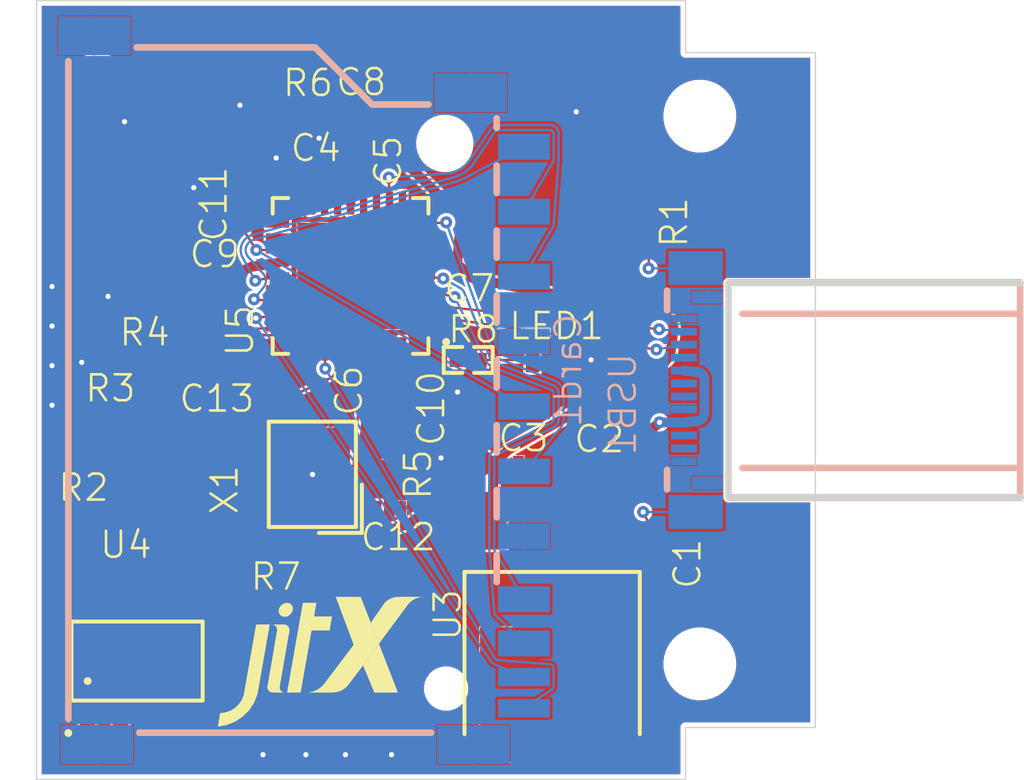
<source format=kicad_pcb>
(kicad_pcb (version 20221018) (generator pcbnew)
  (layers (0 "F.Cu" signal) (31 "B.Cu" signal) (34 "B.Paste" user) (35 "F.Paste" user) (36 "B.SilkS" user "B.Silkscreen") (37 "F.SilkS" user "F.Silkscreen") (38 "B.Mask" user) (39 "F.Mask" user) (44 "Edge.Cuts" user))
  (net 0 "")
  (net 1 "vdd33")
  (net 2 "Net-(USB1-GND2)")
  (net 3 "Net-(U5-RESET_N)")
  (net 4 "Net-(U5-VDD18)")
  (net 5 "USB-")
  (net 6 "Net-(U5-VDD18PLL)")
  (net 7 "Net-(Card1-VDD)")
  (net 8 "vdd50")
  (net 9 "Net-(U5-XTAL1_CLKIN)")
  (net 10 "Net-(U5-XTAL2)")
  (net 11 "Net-(Card1-CD_DAT3)")
  (net 12 "USB+")
  (net 13 "Net-(Card1-CMD)")
  (net 14 "Net-(Card1-CLK)")
  (net 15 "Net-(Card1-DAT0)")
  (net 16 "RXD_SDA")
  (net 17 "Net-(Card1-DAT1)")
  (net 18 "Net-(Card1-DAT2)")
  (net 19 "Net-(Card1-CD)")
  (net 20 "Net-(Card1-WP)")
  (net 21 "Net-(LED1-a)")
  (net 22 "Net-(USB1-GND0)")
  (net 23 "Net-(U4-WC_NOT)")
  (net 24 "Net-(U5-RBIAS)")
  (net 25 "Net-(U5-LED)")
  (net 29 "gnd")
  (net 30 "TXD_SCK_MS_SKT_SEL")
  (footprint "jitx-design:Pkg0402_2" (layer "F.Cu") (at 142.582061 110.835572 -90)
    (fp_text reference "C3")
    (fp_text value "100n" hide)
  )
  (footprint "jitx-design:Pkg0402_2" (layer "F.Cu") (at 148.622184 114.694814)
    (fp_text reference "C1")
    (fp_text value "100n" hide)
  )
  (footprint "jitx-design:JITX_SM_LP" (layer "F.Cu") (at 130.633022 121.65639)
    (fp_text reference "JITX1" hide)
    (fp_text value "non-BOM" hide)
  )
  (footprint "jitx-design:Pkg0402_2" (layer "F.Cu") (at 137.482233 108.020212 180)
    (fp_text reference "C6")
    (fp_text value "1u" hide)
  )
  (footprint "jitx-design:Pkg0402_4" (layer "F.Cu") (at 138.129245 110.030331)
    (fp_text reference "R5")
    (fp_text value "12K" hide)
  )
  (footprint "jitx-design:Pkg0402_2" (layer "F.Cu") (at 138.644942 108.070262 180)
    (fp_text reference "C10")
    (fp_text value "1u" hide)
  )
  (footprint "jitx-design:Pkg0402_2" (layer "F.Cu") (at 137.089343 99.16764)
    (fp_text reference "C5")
    (fp_text value "1u" hide)
  )
  (footprint "jitx-design:Pkg0402_3" (layer "F.Cu") (at 128.662662 106.729721 90)
    (fp_text reference "R4")
    (fp_text value "5K" hide)
  )
  (footprint "jitx-design:Pkg0402_3" (layer "F.Cu") (at 148.106609 101.542377)
    (fp_text reference "R1")
    (fp_text value "100K" hide)
  )
  (footprint "jitx-design:Pkg0402_2" (layer "F.Cu") (at 137.0077 97.138773 -90)
    (fp_text reference "C8")
    (fp_text value "1u" hide)
  )
  (footprint "jitx-design:Pkg0402_3" (layer "F.Cu") (at 127.343111 108.885762 90)
    (fp_text reference "R3")
    (fp_text value "5K" hide)
  )
  (footprint "jitx-design:TESTPAD" (layer "F.Cu") (at 129.640552 96.501199 90)
    (fp_text reference "U8" hide)
    (fp_text value "~" hide)
  )
  (footprint "jitx-design:TESTPAD" (layer "F.Cu") (at 126.85967 98.770685)
    (fp_text reference "U6" hide)
    (fp_text value "~" hide)
  )
  (footprint "jitx-design:Pkg0402_2" (layer "F.Cu") (at 138.051738 112.571302 90)
    (fp_text reference "C12")
    (fp_text value "27p" hide)
  )
  (footprint "jitx-design:Pkg0402_1" (layer "F.Cu") (at 134.955734 97.122587 90)
    (fp_text reference "R6")
    (fp_text value "10K" hide)
  )
  (footprint "jitx-design:Pkg0402_3" (layer "F.Cu") (at 126.307394 110.727391 90)
    (fp_text reference "R2")
    (fp_text value "5K" hide)
  )
  (footprint "jitx-design:SOIC_8_L4_9_W3_9_P1_27_LS6_0_BL" (layer "F.Cu") (at 128.372171 118.43973)
    (fp_text reference "U4")
    (fp_text value "M24C04-WMN6TP")
  )
  (footprint "jitx-design:Pkg0402_2" (layer "F.Cu") (at 131.363078 103.715096 90)
    (fp_text reference "C9")
    (fp_text value "1u" hide)
  )
  (footprint "jitx-design:Pkg0402" (layer "F.Cu") (at 132.381115 101.207532)
    (fp_text reference "C11")
    (fp_text value "4.7u" hide)
  )
  (footprint "jitx-design:Pkg0603" (layer "F.Cu") (at 144.326658 106.840352 90)
    (fp_text reference "LED1")
    (fp_text value "19-21/R6C-FP1Q2L/3T" hide)
  )
  (footprint "jitx-design:Pkg0402_2" (layer "F.Cu") (at 141.174252 103.134378 -90)
    (fp_text reference "C7")
    (fp_text value "1u" hide)
  )
  (footprint "jitx-design:TESTPAD" (layer "F.Cu") (at 126.85395 96.515848)
    (fp_text reference "U7" hide)
    (fp_text value "~" hide)
  )
  (footprint "jitx-design:Pkg0402_2" (layer "F.Cu") (at 133.69005 108.309522 -90)
    (fp_text reference "C13")
    (fp_text value "27p" hide)
  )
  (footprint "jitx-design:TESTPAD" (layer "F.Cu") (at 129.639143 98.796163)
    (fp_text reference "U9" hide)
    (fp_text value "~" hide)
  )
  (footprint "jitx-design:Pkg0402_2" (layer "F.Cu") (at 146.177984 110.839534 90)
    (fp_text reference "C2")
    (fp_text value "100n" hide)
  )
  (footprint "jitx-design:Pkg0402_3" (layer "F.Cu") (at 133.71677 114.068215 -90)
    (fp_text reference "R7")
    (fp_text value "1M" hide)
  )
  (footprint "jitx-design:R0402" (layer "F.Cu") (at 141.126658 106.840352)
    (fp_text reference "R8")
    (fp_text value "100R")
  )
  (footprint "jitx-design:TO_252_3_L6_5_W5_8_P4_58_BR" (layer "F.Cu") (at 144.360119 117.147721 90)
    (fp_text reference "U3")
    (fp_text value "BD433M5FP-CE2")
  )
  (footprint "jitx-design:CRYSTAL_SMD_4P_L3_2_W2_5_BL" (layer "F.Cu") (at 135.237506 111.360485 90)
    (fp_text reference "X1")
    (fp_text value "7B024000Q01")
  )
  (footprint "jitx-design:QFN_36_L6_0_W6_0_P0_50_TL_EP4_1" (layer "F.Cu") (at 136.595865 103.604046 180)
    (fp_text reference "U5")
    (fp_text value "USB2240-AEZG-06")
  )
  (footprint "jitx-design:Pkg0402_2" (layer "F.Cu") (at 135.253123 99.695657 -90)
    (fp_text reference "C4")
    (fp_text value "1u" hide)
  )
  (footprint "jitx-design:NPTH" (layer "F.Cu") (at 150.05 97.45)
    (fp_text reference "U1" hide)
    (fp_text value "~" hide)
  )
  (footprint "jitx-design:NPTH" (layer "F.Cu") (at 150.05 118.55)
    (fp_text reference "U2" hide)
    (fp_text value "~" hide)
  )
  (footprint "jitx-design:USB_C_SMD_TYPE_C_31_G_03" (layer "B.Cu") (at 155.6 108 90)
    (fp_text reference "USB1")
    (fp_text value "TYPE-C-31-G-03")
  )
  (footprint "jitx-design:SD_SMD_SD_101" (layer "B.Cu") (at 134.5 108 -90)
    (fp_text reference "Card1")
    (fp_text value "SD-101")
  )
  (gr_line (start 151.1625 112.128) (end 162.4125 112.128) (stroke (width 0.254)) (layer "Edge.Cuts"))
  (gr_line (start 124.5 93) (end 124.5 123) (stroke (width 0.05)) (layer "Edge.Cuts"))
  (gr_line (start 154.5 95) (end 149.5 95) (stroke (width 0.05)) (layer "Edge.Cuts"))
  (gr_line (start 124.5 123) (end 149.5 123) (stroke (width 0.05)) (layer "Edge.Cuts"))
  (gr_line (start 151.1585 103.878) (end 162.4085 103.878) (stroke (width 0.254)) (layer "Edge.Cuts"))
  (gr_line (start 149.5 123) (end 149.5 121) (stroke (width 0.05)) (layer "Edge.Cuts"))
  (gr_line (start 154.5 121) (end 154.5 95) (stroke (width 0.05)) (layer "Edge.Cuts"))
  (gr_line (start 151.1555 103.88) (end 151.1555 112.13) (stroke (width 0.254)) (layer "Edge.Cuts"))
  (gr_line (start 149.5 93) (end 124.5 93) (stroke (width 0.05)) (layer "Edge.Cuts"))
  (gr_line (start 149.5 121) (end 154.5 121) (stroke (width 0.05)) (layer "Edge.Cuts"))
  (gr_line (start 149.5 95) (end 149.5 93) (stroke (width 0.05)) (layer "Edge.Cuts"))
  (segment (start 148.585451 105.113844) (end 141.388721 103.719575) (width 0.381) (layer "F.Cu") (net 1))
  (segment (start 127.267333 114.578656) (end 126.467171 115.66723) (width 0.381) (layer "F.Cu") (net 1))
  (segment (start 127.802972 108.885762) (end 126.767255 110.727391) (width 0.381) (layer "F.Cu") (net 1))
  (segment (start 138.644942 107.591651) (end 142.103449 110.835572) (width 0.381) (layer "F.Cu") (net 1))
  (segment (start 134.888907 96.614684) (end 135.409345 97.122587) (width 0.381) (layer "F.Cu") (net 1))
  (segment (start 142.103449 110.835572) (end 142.653791 110.322993) (width 0.381) (layer "F.Cu") (net 1))
  (segment (start 131.841689 103.715096) (end 131.790731 101.915756) (width 0.381) (layer "F.Cu") (net 1))
  (segment (start 140.695641 103.134378) (end 140.830195 101.586651) (width 0.381) (layer "F.Cu") (net 1))
  (segment (start 131.832794 100.356777) (end 134.069913 96.671832) (width 0.381) (layer "F.Cu") (net 1))
  (segment (start 136.498843 99.85514) (end 136.498843 98.48014) (width 0.381) (layer "F.Cu") (net 1))
  (segment (start 127.425205 114.439911) (end 127.320278 114.523588) (width 0.381) (layer "F.Cu") (net 1))
  (segment (start 140.695641 103.134378) (end 139.405865 103.104046) (width 0.381) (layer "F.Cu") (net 1))
  (segment (start 138.644942 107.591651) (end 138.595865 106.414046) (width 0.381) (layer "F.Cu") (net 1))
  (segment (start 134.36677 114.658715) (end 133.06677 114.658715) (width 0.381) (layer "F.Cu") (net 1))
  (segment (start 141.245983 103.646956) (end 140.695641 103.134378) (width 0.381) (layer "F.Cu") (net 1))
  (segment (start 130.277171 114.346669) (end 127.737171 114.346669) (width 0.381) (layer "F.Cu") (net 1))
  (segment (start 136.595865 100.795046) (end 136.500429 99.885453) (width 0.381) (layer "F.Cu") (net 1))
  (segment (start 129.122524 106.729721) (end 127.802972 108.885762) (width 0.381) (layer "F.Cu") (net 1))
  (segment (start 140.663412 101.140182) (end 136.529089 97.138773) (width 0.381) (layer "F.Cu") (net 1))
  (segment (start 131.790615 101.907532) (end 131.790615 100.507532) (width 0.381) (layer "F.Cu") (net 1))
  (segment (start 126.85967 98.770685) (end 129.122524 106.729721) (width 0.381) (layer "F.Cu") (net 1))
  (segment (start 126.467171 115.66723) (end 126.767255 110.727391) (width 0.381) (layer "F.Cu") (net 1))
  (segment (start 148.926145 106.514141) (end 149.029701 105.730902) (width 0.381) (layer "F.Cu") (net 1))
  (segment (start 136.498917 98.473575) (end 136.529089 97.138773) (width 0.381) (layer "F.Cu") (net 1))
  (segment (start 138.83333 113.146142) (end 134.460862 114.643055) (width 0.381) (layer "F.Cu") (net 1))
  (segment (start 142.708813 110.282689) (end 148.649327 106.924158) (width 0.381) (layer "F.Cu") (net 1))
  (segment (start 142.103449 110.835572) (end 138.907583 113.108051) (width 0.381) (layer "F.Cu") (net 1))
  (segment (start 133.034097 114.656872) (end 130.309845 114.348512) (width 0.381) (layer "F.Cu") (net 1))
  (segment (start 134.318234 96.532087) (end 134.686011 96.532087) (width 0.381) (layer "F.Cu") (net 1))
  (segment (start 136.529089 97.138773) (end 135.409345 97.122587) (width 0.381) (layer "F.Cu") (net 1))
  (segment (start 142.060619 113.037221) (end 142.103449 110.835572) (width 0.381) (layer "F.Cu") (net 1))
  (segment (start 132.67469 103.294424) (end 131.841689 103.715096) (width 0.381) (layer "F.Cu") (net 1))
  (segment (start 133.785865 103.104046) (end 132.844985 103.240641) (width 0.381) (layer "F.Cu") (net 1))
  (segment (start 127.672529 114.353952) (end 127.541687 114.383816) (width 0.381) (layer "F.Cu") (net 1))
  (arc (start 131.790731 101.915756) (mid 131.790644 101.911644) (end 131.790615 101.907532) (width 0.381) (layer "F.Cu") (net 1))
  (arc (start 149.029701 105.730902) (mid 148.929992 105.33424) (end 148.585451 105.113844) (width 0.381) (layer "F.Cu") (net 1))
  (arc (start 127.737171 114.346669) (mid 127.704646 114.348496) (end 127.672529 114.353952) (width 0.381) (layer "F.Cu") (net 1))
  (arc (start 148.649327 106.924158) (mid 148.835996 106.751732) (end 148.926145 106.514141) (width 0.381) (layer "F.Cu") (net 1))
  (arc (start 127.541687 114.383816) (mid 127.480286 114.405301) (end 127.425205 114.439911) (width 0.381) (layer "F.Cu") (net 1))
  (arc (start 136.500429 99.885453) (mid 136.499239 99.870317) (end 136.498843 99.85514) (width 0.381) (layer "F.Cu") (net 1))
  (arc (start 141.388721 103.719575) (mid 141.312249 103.693296) (end 141.245983 103.646956) (width 0.381) (layer "F.Cu") (net 1))
  (arc (start 138.907583 113.108051) (mid 138.871832 113.129776) (end 138.83333 113.146142) (width 0.381) (layer "F.Cu") (net 1))
  (arc (start 134.460862 114.643055) (mid 134.414463 114.654773) (end 134.36677 114.658715) (width 0.381) (layer "F.Cu") (net 1))
  (arc (start 140.830195 101.586651) (mid 140.797219 101.344584) (end 140.663412 101.140182) (width 0.381) (layer "F.Cu") (net 1))
  (arc (start 132.844985 103.240641) (mid 132.757658 103.260632) (end 132.67469 103.294424) (width 0.381) (layer "F.Cu") (net 1))
  (arc (start 127.320278 114.523588) (mid 127.291988 114.549374) (end 127.267333 114.578656) (width 0.381) (layer "F.Cu") (net 1))
  (arc (start 133.06677 114.658715) (mid 133.050408 114.658254) (end 133.034097 114.656872) (width 0.381) (layer "F.Cu") (net 1))
  (arc (start 142.653791 110.322993) (mid 142.680115 110.301221) (end 142.708813 110.282689) (width 0.381) (layer "F.Cu") (net 1))
  (arc (start 134.069913 96.671832) (mid 134.175763 96.569423) (end 134.318234 96.532087) (width 0.381) (layer "F.Cu") (net 1))
  (arc (start 134.686011 96.532087) (mid 134.795543 96.553528) (end 134.888907 96.614684) (width 0.381) (layer "F.Cu") (net 1))
  (arc (start 131.790615 100.507532) (mid 131.801358 100.42926) (end 131.832794 100.356777) (width 0.381) (layer "F.Cu") (net 1))
  (arc (start 136.498843 98.48014) (mid 136.498861 98.476857) (end 136.498917 98.473575) (width 0.381) (layer "F.Cu") (net 1))
  (arc (start 130.309845 114.348512) (mid 130.293534 114.34713) (end 130.277171 114.346669) (width 0.381) (layer "F.Cu") (net 1))
  (segment (start 147.864967 112.698484) (end 148.622184 114.216203) (width 0.09) (layer "F.Cu") (net 2))
  (via (at 147.864967 112.698484) (size 0.46) (drill 0.2) (layers "F.Cu" "B.Cu") (net 2))
  (segment (start 147.864967 112.698484) (end 149.8875 112.7) (width 0.09) (layer "B.Cu") (net 2))
  (segment (start 134.595865 100.795046) (end 134.774512 99.695657) (width 0.09) (layer "F.Cu") (net 3))
  (segment (start 134.774512 99.695657) (end 134.502123 97.122587) (width 0.09) (layer "F.Cu") (net 3))
  (segment (start 137.089343 99.646251) (end 137.095865 100.795046) (width 0.09) (layer "F.Cu") (net 4))
  (segment (start 140.530445 104.823653) (end 139.405865 104.604046) (width 0.09) (layer "F.Cu") (net 5))
  (segment (start 148.479985 105.658221) (end 140.566211 104.829008) (width 0.09) (layer "F.Cu") (net 5))
  (via (at 148.479985 105.658221) (size 0.46) (drill 0.2) (layers "F.Cu" "B.Cu") (net 5))
  (arc (start 140.566211 104.829008) (mid 140.548269 104.826726) (end 140.530445 104.823653) (width 0.09) (layer "F.Cu") (net 5))
  (segment (start 148.479985 105.658221) (end 149.4375 105.75) (width 0.09) (layer "B.Cu") (net 5))
  (segment (start 137.482233 107.541601) (end 137.595865 106.414046) (width 0.09) (layer "F.Cu") (net 6))
  (segment (start 133.785865 102.604046) (end 132.964004 102.607356) (width 0.09) (layer "F.Cu") (net 7))
  (segment (start 132.381115 101.692393) (end 132.964004 102.607356) (width 0.09) (layer "F.Cu") (net 7))
  (via (at 132.964004 102.607356) (size 0.46) (drill 0.2) (layers "F.Cu" "B.Cu") (net 7))
  (segment (start 143.275 108.63) (end 132.964004 102.607356) (width 0.09) (layer "B.Cu") (net 7))
  (segment (start 146.659619 113.037221) (end 146.656595 110.839534) (width 0.381) (layer "F.Cu") (net 8))
  (segment (start 148.499059 109.244183) (end 146.656595 110.839534) (width 0.381) (layer "F.Cu") (net 8))
  (via (at 148.499059 109.244183) (size 0.46) (drill 0.2) (layers "F.Cu" "B.Cu") (net 8))
  (segment (start 149.4375 109.25) (end 149.970734 109.188593) (width 0.381) (layer "B.Cu") (net 8))
  (segment (start 150.228 108.9) (end 150.228 107.6) (width 0.381) (layer "B.Cu") (net 8))
  (segment (start 149.4375 109.25) (end 148.499059 109.244183) (width 0.381) (layer "B.Cu") (net 8))
  (segment (start 149.970734 107.311407) (end 149.4375 107.25) (width 0.381) (layer "B.Cu") (net 8))
  (arc (start 149.970734 109.188593) (mid 150.154347 109.093308) (end 150.228 108.9) (width 0.381) (layer "B.Cu") (net 8))
  (arc (start 150.228 107.6) (mid 150.154347 107.406692) (end 149.970734 107.311407) (width 0.381) (layer "B.Cu") (net 8))
  (segment (start 137.573127 112.571302) (end 135.973506 112.346485) (width 0.09) (layer "F.Cu") (net 9))
  (segment (start 135.973506 112.346485) (end 136.702758 110.912203) (width 0.09) (layer "F.Cu") (net 9))
  (segment (start 135.973506 112.346485) (end 134.176631 114.068215) (width 0.09) (layer "F.Cu") (net 9))
  (segment (start 136.717985 110.858768) (end 137.095865 106.414046) (width 0.09) (layer "F.Cu") (net 9))
  (arc (start 136.702758 110.912203) (mid 136.712955 110.886222) (end 136.717985 110.858768) (width 0.09) (layer "F.Cu") (net 9))
  (segment (start 136.346671 106.952571) (end 135.936209 107.438876) (width 0.09) (layer "F.Cu") (net 10))
  (segment (start 135.797386 107.54534) (end 134.168661 108.309522) (width 0.09) (layer "F.Cu") (net 10))
  (segment (start 136.595865 106.414046) (end 136.36802 106.918711) (width 0.09) (layer "F.Cu") (net 10))
  (segment (start 133.256909 114.068215) (end 133.529403 111.630378) (width 0.09) (layer "F.Cu") (net 10))
  (segment (start 133.544254 111.580767) (end 134.273506 110.146485) (width 0.09) (layer "F.Cu") (net 10))
  (segment (start 134.273506 110.146485) (end 134.168661 108.309522) (width 0.09) (layer "F.Cu") (net 10))
  (arc (start 136.36802 106.918711) (mid 136.35852 106.936382) (end 136.346671 106.952571) (width 0.09) (layer "F.Cu") (net 10))
  (arc (start 133.529403 111.630378) (mid 133.534596 111.604904) (end 133.544254 111.580767) (width 0.09) (layer "F.Cu") (net 10))
  (arc (start 135.936209 107.438876) (mid 135.872556 107.499618) (end 135.797386 107.54534) (width 0.09) (layer "F.Cu") (net 10))
  (segment (start 132.924651 103.789389) (end 133.785865 103.604046) (width 0.09) (layer "F.Cu") (net 11))
  (via (at 132.924651 103.789389) (size 0.46) (drill 0.2) (layers "F.Cu" "B.Cu") (net 11))
  (segment (start 142.154713 98.049031) (end 141.344085 99.253293) (width 0.09) (layer "B.Cu") (net 11))
  (segment (start 144.42 99.13) (end 144.42 98.13) (width 0.09) (layer "B.Cu") (net 11))
  (segment (start 132.437705 102.893379) (end 132.924651 103.789389) (width 0.09) (layer "B.Cu") (net 11))
  (segment (start 140.59665 99.796795) (end 132.79898 102.031536) (width 0.09) (layer "B.Cu") (net 11))
  (segment (start 143.275 101.13) (end 144.400214 99.203119) (width 0.09) (layer "B.Cu") (net 11))
  (segment (start 144.275 97.985) (end 142.275 97.985) (width 0.09) (layer "B.Cu") (net 11))
  (arc (start 141.344085 99.253293) (mid 141.018361 99.591045) (end 140.59665 99.796795) (width 0.09) (layer "B.Cu") (net 11))
  (arc (start 142.275 97.985) (mid 142.206866 98.002005) (end 142.154713 98.049031) (width 0.09) (layer "B.Cu") (net 11))
  (arc (start 144.400214 99.203119) (mid 144.414966 99.167875) (end 144.42 99.13) (width 0.09) (layer "B.Cu") (net 11))
  (arc (start 132.79898 102.031536) (mid 132.411577 102.375784) (end 132.437705 102.893379) (width 0.09) (layer "B.Cu") (net 11))
  (arc (start 144.42 98.13) (mid 144.37753 98.02747) (end 144.275 97.985) (width 0.09) (layer "B.Cu") (net 11))
  (segment (start 139.405865 105.104046) (end 148.376429 106.44146) (width 0.09) (layer "F.Cu") (net 12))
  (via (at 148.376429 106.44146) (size 0.46) (drill 0.2) (layers "F.Cu" "B.Cu") (net 12))
  (segment (start 149.4375 106.25) (end 148.376429 106.44146) (width 0.09) (layer "B.Cu") (net 12))
  (segment (start 138.071854 99.815084) (end 138.095865 100.795046) (width 0.09) (layer "F.Cu") (net 13))
  (via (at 138.071854 99.815084) (size 0.46) (drill 0.2) (layers "F.Cu" "B.Cu") (net 13))
  (segment (start 144.419581 101.64102) (end 144.609031 99.15546) (width 0.09) (layer "B.Cu") (net 13))
  (segment (start 143.275 103.63) (end 144.400214 101.703119) (width 0.09) (layer "B.Cu") (net 13))
  (segment (start 141.997095 97.942933) (end 141.186467 99.147195) (width 0.09) (layer "B.Cu") (net 13))
  (segment (start 144.275 97.795) (end 142.275 97.795) (width 0.09) (layer "B.Cu") (net 13))
  (segment (start 140.307233 99.656079) (end 138.071854 99.815084) (width 0.09) (layer "B.Cu") (net 13))
  (segment (start 144.61 99.13) (end 144.61 98.13) (width 0.09) (layer "B.Cu") (net 13))
  (arc (start 144.609031 99.15546) (mid 144.609758 99.142739) (end 144.61 99.13) (width 0.09) (layer "B.Cu") (net 13))
  (arc (start 141.186467 99.147195) (mid 140.805576 99.503101) (end 140.307233 99.656079) (width 0.09) (layer "B.Cu") (net 13))
  (arc (start 142.275 97.795) (mid 142.117587 97.834287) (end 141.997095 97.942933) (width 0.09) (layer "B.Cu") (net 13))
  (arc (start 144.400214 101.703119) (mid 144.413425 101.67317) (end 144.419581 101.64102) (width 0.09) (layer "B.Cu") (net 13))
  (arc (start 144.61 98.13) (mid 144.511881 97.893119) (end 144.275 97.795) (width 0.09) (layer "B.Cu") (net 13))
  (segment (start 139.405865 101.604046) (end 140.277779 101.538626) (width 0.09) (layer "F.Cu") (net 14))
  (via (at 140.277779 101.538626) (size 0.46) (drill 0.2) (layers "F.Cu" "B.Cu") (net 14))
  (segment (start 144.676323 109.468474) (end 143.275 111.13) (width 0.09) (layer "B.Cu") (net 14))
  (segment (start 144.8 108.13) (end 144.8 109.13) (width 0.09) (layer "B.Cu") (net 14))
  (segment (start 142.222271 106.765073) (end 144.465917 107.640944) (width 0.09) (layer "B.Cu") (net 14))
  (segment (start 140.277779 101.538626) (end 142.138658 106.679354) (width 0.09) (layer "B.Cu") (net 14))
  (arc (start 144.465917 107.640944) (mid 144.708507 107.833864) (end 144.8 108.13) (width 0.09) (layer "B.Cu") (net 14))
  (arc (start 144.8 109.13) (mid 144.768112 109.310181) (end 144.676323 109.468474) (width 0.09) (layer "B.Cu") (net 14))
  (arc (start 142.138658 106.679354) (mid 142.171202 106.731248) (end 142.222271 106.765073) (width 0.09) (layer "B.Cu") (net 14))
  (segment (start 140.163333 103.703554) (end 139.405865 103.604046) (width 0.09) (layer "F.Cu") (net 15))
  (via (at 140.163333 103.703554) (size 0.46) (drill 0.2) (layers "F.Cu" "B.Cu") (net 15))
  (segment (start 142.13 110.63) (end 142.13 114.13) (width 0.09) (layer "B.Cu") (net 15))
  (segment (start 144.61 108.13) (end 144.61 109.13) (width 0.09) (layer "B.Cu") (net 15))
  (segment (start 140.163333 103.703554) (end 140.808855 104.065483) (width 0.09) (layer "B.Cu") (net 15))
  (segment (start 142.153177 106.942064) (end 144.396823 107.817936) (width 0.09) (layer "B.Cu") (net 15))
  (segment (start 140.989538 104.272753) (end 141.963176 106.752437) (width 0.09) (layer "B.Cu") (net 15))
  (segment (start 144.420804 109.431606) (end 142.211891 110.499454) (width 0.09) (layer "B.Cu") (net 15))
  (segment (start 142.150992 114.205147) (end 143.275 116.06) (width 0.09) (layer "B.Cu") (net 15))
  (arc (start 144.396823 107.817936) (mid 144.551619 107.941037) (end 144.61 108.13) (width 0.09) (layer "B.Cu") (net 15))
  (arc (start 144.61 109.13) (mid 144.558786 109.308018) (end 144.420804 109.431606) (width 0.09) (layer "B.Cu") (net 15))
  (arc (start 142.211891 110.499454) (mid 142.152167 110.552948) (end 142.13 110.63) (width 0.09) (layer "B.Cu") (net 15))
  (arc (start 140.808855 104.065483) (mid 140.917137 104.153479) (end 140.989538 104.272753) (width 0.09) (layer "B.Cu") (net 15))
  (arc (start 141.963176 106.752437) (mid 142.038352 106.867114) (end 142.153177 106.942064) (width 0.09) (layer "B.Cu") (net 15))
  (arc (start 142.13 114.13) (mid 142.135347 114.169012) (end 142.150992 114.205147) (width 0.09) (layer "B.Cu") (net 15))
  (segment (start 131.42684 103.383268) (end 131.488456 104.028872) (width 0.09) (layer "F.Cu") (net 16))
  (segment (start 129.22842 116.780792) (end 129.333347 116.697115) (width 0.09) (layer "F.Cu") (net 16))
  (segment (start 129.640552 96.501199) (end 130.631807 98.225511) (width 0.09) (layer "F.Cu") (net 16))
  (segment (start 126.545715 117.216382) (end 129.028864 116.840659) (width 0.09) (layer "F.Cu") (net 16))
  (segment (start 126.219506 117.179264) (end 126.350348 117.209128) (width 0.09) (layer "F.Cu") (net 16))
  (segment (start 131.519888 104.106067) (end 132.63172 105.486058) (width 0.09) (layer "F.Cu") (net 16))
  (segment (start 129.349966 116.68158) (end 130.277171 115.66723) (width 0.09) (layer "F.Cu") (net 16))
  (segment (start 125.90407 116.994211) (end 126.008997 117.077888) (width 0.09) (layer "F.Cu") (net 16))
  (segment (start 130.773422 98.639843) (end 131.425219 103.36936) (width 0.09) (layer "F.Cu") (net 16))
  (segment (start 125.524674 98.774072) (end 125.518954 96.519235) (width 0.09) (layer "F.Cu") (net 16))
  (segment (start 129.039437 116.838655) (end 129.170279 116.808791) (width 0.09) (layer "F.Cu") (net 16))
  (segment (start 125.648171 114.871626) (end 125.648171 116.462833) (width 0.09) (layer "F.Cu") (net 16))
  (segment (start 127.487341 95.340672) (end 129.640552 96.501199) (width 0.09) (layer "F.Cu") (net 16))
  (segment (start 132.967211 105.638102) (end 133.785865 105.604046) (width 0.09) (layer "F.Cu") (net 16))
  (segment (start 125.700163 116.690622) (end 125.758393 116.811539) (width 0.09) (layer "F.Cu") (net 16))
  (segment (start 125.847533 110.727391) (end 125.648782 114.846323) (width 0.09) (layer "F.Cu") (net 16))
  (segment (start 125.847533 110.727391) (end 125.525157 98.806775) (width 0.09) (layer "F.Cu") (net 16))
  (arc (start 129.333347 116.697115) (mid 129.341962 116.689674) (end 129.349966 116.68158) (width 0.09) (layer "F.Cu") (net 16))
  (arc (start 129.028864 116.840659) (mid 129.034169 116.839755) (end 129.039437 116.838655) (width 0.09) (layer "F.Cu") (net 16))
  (arc (start 125.648782 114.846323) (mid 125.648324 114.858971) (end 125.648171 114.871626) (width 0.09) (layer "F.Cu") (net 16))
  (arc (start 130.631807 98.225511) (mid 130.722604 98.425845) (end 130.773422 98.639843) (width 0.09) (layer "F.Cu") (net 16))
  (arc (start 126.350348 117.209128) (mid 126.447691 117.221929) (end 126.545715 117.216382) (width 0.09) (layer "F.Cu") (net 16))
  (arc (start 125.525157 98.806775) (mid 125.524815 98.790425) (end 125.524674 98.774072) (width 0.09) (layer "F.Cu") (net 16))
  (arc (start 125.518954 96.519235) (mid 126.168154 95.370462) (end 127.487341 95.340672) (width 0.09) (layer "F.Cu") (net 16))
  (arc (start 125.758393 116.811539) (mid 125.82094 116.911082) (end 125.90407 116.994211) (width 0.09) (layer "F.Cu") (net 16))
  (arc (start 125.648171 116.462833) (mid 125.661334 116.579657) (end 125.700163 116.690622) (width 0.09) (layer "F.Cu") (net 16))
  (arc (start 126.008997 117.077888) (mid 126.10854 117.140435) (end 126.219506 117.179264) (width 0.09) (layer "F.Cu") (net 16))
  (arc (start 129.170279 116.808791) (mid 129.200927 116.798067) (end 129.22842 116.780792) (width 0.09) (layer "F.Cu") (net 16))
  (arc (start 132.63172 105.486058) (mid 132.781381 105.601984) (end 132.967211 105.638102) (width 0.09) (layer "F.Cu") (net 16))
  (arc (start 131.488456 104.028872) (mid 131.498506 104.069777) (end 131.519888 104.106067) (width 0.09) (layer "F.Cu") (net 16))
  (arc (start 131.425219 103.36936) (mid 131.426102 103.376306) (end 131.42684 103.383268) (width 0.09) (layer "F.Cu") (net 16))
  (segment (start 140.608833 104.422235) (end 139.405865 104.104046) (width 0.09) (layer "F.Cu") (net 17))
  (via (at 140.608833 104.422235) (size 0.46) (drill 0.2) (layers "F.Cu" "B.Cu") (net 17))
  (segment (start 144.327729 107.994927) (end 142.084083 107.119056) (width 0.09) (layer "B.Cu") (net 17))
  (segment (start 143.275 117.76) (end 142.172706 116.662766) (width 0.09) (layer "B.Cu") (net 17))
  (segment (start 144.42 109.13) (end 144.42 108.13) (width 0.09) (layer "B.Cu") (net 17))
  (segment (start 142.130444 116.571337) (end 141.941026 114.156193) (width 0.09) (layer "B.Cu") (net 17))
  (segment (start 141.803534 106.860965) (end 140.608833 104.422235) (width 0.09) (layer "B.Cu") (net 17))
  (segment (start 141.94 114.13) (end 141.94 110.63) (width 0.09) (layer "B.Cu") (net 17))
  (segment (start 142.129196 110.328394) (end 144.338109 109.260546) (width 0.09) (layer "B.Cu") (net 17))
  (arc (start 141.94 110.63) (mid 141.991214 110.451982) (end 142.129196 110.328394) (width 0.09) (layer "B.Cu") (net 17))
  (arc (start 141.941026 114.156193) (mid 141.940256 114.143107) (end 141.94 114.13) (width 0.09) (layer "B.Cu") (net 17))
  (arc (start 142.172706 116.662766) (mid 142.143381 116.620839) (end 142.130444 116.571337) (width 0.09) (layer "B.Cu") (net 17))
  (arc (start 144.42 108.13) (mid 144.39473 108.04821) (end 144.327729 107.994927) (width 0.09) (layer "B.Cu") (net 17))
  (arc (start 142.084083 107.119056) (mid 141.919556 107.016373) (end 141.803534 106.860965) (width 0.09) (layer "B.Cu") (net 17))
  (arc (start 144.338109 109.260546) (mid 144.397833 109.207052) (end 144.42 109.13) (width 0.09) (layer "B.Cu") (net 17))
  (segment (start 132.875267 104.504289) (end 133.785865 104.604046) (width 0.09) (layer "F.Cu") (net 18))
  (via (at 132.875267 104.504289) (size 0.46) (drill 0.2) (layers "F.Cu" "B.Cu") (net 18))
  (segment (start 132.65936 102.880253) (end 133.229295 103.516492) (width 0.09) (layer "B.Cu") (net 18))
  (segment (start 140.648995 99.979442) (end 132.851325 102.214184) (width 0.09) (layer "B.Cu") (net 18))
  (segment (start 143.275 98.63) (end 140.943556 99.860955) (width 0.09) (layer "B.Cu") (net 18))
  (segment (start 133.243606 104.045413) (end 132.875267 104.504289) (width 0.09) (layer "B.Cu") (net 18))
  (arc (start 140.943556 99.860955) (mid 140.799339 99.927815) (end 140.648995 99.979442) (width 0.09) (layer "B.Cu") (net 18))
  (arc (start 132.851325 102.214184) (mid 132.571001 102.49409) (end 132.65936 102.880253) (width 0.09) (layer "B.Cu") (net 18))
  (arc (start 133.229295 103.516492) (mid 133.333501 103.778327) (end 133.243606 104.045413) (width 0.09) (layer "B.Cu") (net 18))
  (segment (start 132.950211 105.229456) (end 133.785865 105.104046) (width 0.09) (layer "F.Cu") (net 19))
  (via (at 132.950211 105.229456) (size 0.46) (drill 0.2) (layers "F.Cu" "B.Cu") (net 19))
  (segment (start 143.275 119.06) (end 142.141444 118.567226) (width 0.09) (layer "B.Cu") (net 19))
  (segment (start 141.998554 118.449215) (end 132.950211 105.229456) (width 0.09) (layer "B.Cu") (net 19))
  (arc (start 142.141444 118.567226) (mid 142.061676 118.518298) (end 141.998554 118.449215) (width 0.09) (layer "B.Cu") (net 19))
  (segment (start 135.623659 107.17507) (end 135.595865 106.414046) (width 0.09) (layer "F.Cu") (net 20))
  (via (at 135.623659 107.17507) (size 0.46) (drill 0.2) (layers "F.Cu" "B.Cu") (net 20))
  (segment (start 144.42 118.71) (end 144.42 119.41) (width 0.09) (layer "B.Cu") (net 20))
  (segment (start 142.263503 118.404543) (end 144.286497 118.565457) (width 0.09) (layer "B.Cu") (net 20))
  (segment (start 135.623659 107.17507) (end 142.149836 118.333206) (width 0.09) (layer "B.Cu") (net 20))
  (segment (start 144.356128 119.53018) (end 143.275 120.26) (width 0.09) (layer "B.Cu") (net 20))
  (arc (start 142.149836 118.333206) (mid 142.19792 118.382816) (end 142.263503 118.404543) (width 0.09) (layer "B.Cu") (net 20))
  (arc (start 144.286497 118.565457) (mid 144.381518 118.611618) (end 144.42 118.71) (width 0.09) (layer "B.Cu") (net 20))
  (arc (start 144.42 119.41) (mid 144.40304 119.478049) (end 144.356128 119.53018) (width 0.09) (layer "B.Cu") (net 20))
  (segment (start 143.607724 106.840352) (end 141.559658 106.840852) (width 0.09) (layer "F.Cu") (net 21))
  (segment (start 148.074784 103.313947) (end 148.106609 102.002238) (width 0.09) (layer "F.Cu") (net 22))
  (via (at 148.074784 103.313947) (size 0.46) (drill 0.2) (layers "F.Cu" "B.Cu") (net 22))
  (segment (start 148.074784 103.313947) (end 149.8875 103.3) (width 0.09) (layer "B.Cu") (net 22))
  (segment (start 126.028171 116.462833) (end 126.028171 114.871626) (width 0.09) (layer "F.Cu") (net 23))
  (segment (start 126.100761 116.646663) (end 126.042531 116.525746) (width 0.09) (layer "F.Cu") (net 23))
  (segment (start 127.208854 109.237473) (end 127.477368 108.534051) (width 0.09) (layer "F.Cu") (net 23))
  (segment (start 127.4783 108.531671) (end 128.202801 106.729721) (width 0.09) (layer "F.Cu") (net 23))
  (segment (start 126.45735 110.345654) (end 127.193155 109.267499) (width 0.09) (layer "F.Cu") (net 23))
  (segment (start 126.630279 116.808791) (end 126.499437 116.838655) (width 0.09) (layer "F.Cu") (net 23))
  (segment (start 126.793347 116.697115) (end 126.68842 116.780792) (width 0.09) (layer "F.Cu") (net 23))
  (segment (start 126.434906 116.838655) (end 126.304064 116.808791) (width 0.09) (layer "F.Cu") (net 23))
  (segment (start 126.245923 116.780792) (end 126.140996 116.697115) (width 0.09) (layer "F.Cu") (net 23))
  (segment (start 126.028767 114.858501) (end 126.432712 110.414266) (width 0.09) (layer "F.Cu") (net 23))
  (segment (start 127.737171 115.66723) (end 126.809966 116.68158) (width 0.09) (layer "F.Cu") (net 23))
  (arc (start 127.477368 108.534051) (mid 127.477829 108.532859) (end 127.4783 108.531671) (width 0.09) (layer "F.Cu") (net 23))
  (arc (start 126.499437 116.838655) (mid 126.467171 116.84229) (end 126.434906 116.838655) (width 0.09) (layer "F.Cu") (net 23))
  (arc (start 126.432712 110.414266) (mid 126.440648 110.378386) (end 126.45735 110.345654) (width 0.09) (layer "F.Cu") (net 23))
  (arc (start 126.68842 116.780792) (mid 126.660927 116.798067) (end 126.630279 116.808791) (width 0.09) (layer "F.Cu") (net 23))
  (arc (start 126.140996 116.697115) (mid 126.118036 116.674156) (end 126.100761 116.646663) (width 0.09) (layer "F.Cu") (net 23))
  (arc (start 127.193155 109.267499) (mid 127.201885 109.252946) (end 127.208854 109.237473) (width 0.09) (layer "F.Cu") (net 23))
  (arc (start 126.028171 114.871626) (mid 126.02832 114.865057) (end 126.028767 114.858501) (width 0.09) (layer "F.Cu") (net 23))
  (arc (start 126.042531 116.525746) (mid 126.031807 116.495099) (end 126.028171 116.462833) (width 0.09) (layer "F.Cu") (net 23))
  (arc (start 126.809966 116.68158) (mid 126.801962 116.689674) (end 126.793347 116.697115) (width 0.09) (layer "F.Cu") (net 23))
  (arc (start 126.304064 116.808791) (mid 126.273416 116.798067) (end 126.245923 116.780792) (width 0.09) (layer "F.Cu") (net 23))
  (segment (start 138.129245 109.57422) (end 138.095865 106.414046) (width 0.09) (layer "F.Cu") (net 24))
  (segment (start 140.693658 106.840852) (end 139.405865 105.604046) (width 0.09) (layer "F.Cu") (net 25))
  (via (at 133.223 122.047) (size 0.46) (drill 0.2) (layers "F.Cu" "B.Cu") (net 29))
  (via (at 126.238 106.934) (size 0.46) (drill 0.2) (layers "F.Cu" "B.Cu") (net 29))
  (via (at 125.095 104.013) (size 0.46) (drill 0.2) (layers "F.Cu" "B.Cu") (net 29))
  (via (at 132.334 97.028) (size 0.46) (drill 0.2) (layers "F.Cu" "B.Cu") (net 29))
  (via (at 134.874 122.047) (size 0.46) (drill 0.2) (layers "F.Cu" "B.Cu") (net 29))
  (via (at 145.862665 106.835359) (size 0.46) (drill 0.2) (layers "F.Cu" "B.Cu") (net 29))
  (via (at 125.095 105.537) (size 0.46) (drill 0.2) (layers "F.Cu" "B.Cu") (net 29))
  (via (at 136.398 122.047) (size 0.46) (drill 0.2) (layers "F.Cu" "B.Cu") (net 29))
  (via (at 140.716 108.077) (size 0.46) (drill 0.2) (layers "F.Cu" "B.Cu") (net 29))
  (via (at 138.176 122.047) (size 0.46) (drill 0.2) (layers "F.Cu" "B.Cu") (net 29))
  (via (at 145.288 97.282) (size 0.46) (drill 0.2) (layers "F.Cu" "B.Cu") (net 29))
  (via (at 125.095 107.061) (size 0.46) (drill 0.2) (layers "F.Cu" "B.Cu") (net 29))
  (via (at 135.128 111.252) (size 0.46) (drill 0.2) (layers "F.Cu" "B.Cu") (net 29))
  (via (at 130.556 100.203) (size 0.46) (drill 0.2) (layers "F.Cu" "B.Cu") (net 29))
  (via (at 140.081 110.617) (size 0.46) (drill 0.2) (layers "F.Cu" "B.Cu") (net 29))
  (via (at 127.889 97.663) (size 0.46) (drill 0.2) (layers "F.Cu" "B.Cu") (net 29))
  (via (at 127.254 104.394) (size 0.46) (drill 0.2) (layers "F.Cu" "B.Cu") (net 29))
  (via (at 135.382 98.298) (size 0.46) (drill 0.2) (layers "F.Cu" "B.Cu") (net 29))
  (via (at 125.095 108.585) (size 0.46) (drill 0.2) (layers "F.Cu" "B.Cu") (net 29))
  (via (at 133.731 99.06) (size 0.46) (drill 0.2) (layers "F.Cu" "B.Cu") (net 29))
  (segment (start 129.007171 115.66723) (end 128.079966 116.68158) (width 0.09) (layer "F.Cu") (net 30))
  (segment (start 126.392627 117.023891) (end 126.261785 116.994027) (width 0.09) (layer "F.Cu") (net 30))
  (segment (start 125.838171 116.462833) (end 125.838171 114.871626) (width 0.09) (layer "F.Cu") (net 30))
  (segment (start 127.823433 95.906646) (end 129.639143 98.796163) (width 0.09) (layer "F.Cu") (net 30))
  (segment (start 134.404618 105.833404) (end 134.282111 105.879688) (width 0.09) (layer "F.Cu") (net 30))
  (segment (start 125.839547 114.841302) (end 126.243492 110.397067) (width 0.09) (layer "F.Cu") (net 30))
  (segment (start 134.230865 105.889046) (end 133.340865 105.889046) (width 0.09) (layer "F.Cu") (net 30))
  (segment (start 131.230297 103.36743) (end 129.639143 98.796163) (width 0.09) (layer "F.Cu") (net 30))
  (segment (start 126.12746 116.92934) (end 126.022533 116.845663) (width 0.09) (layer "F.Cu") (net 30))
  (segment (start 131.299316 104.046923) (end 131.2377 103.40132) (width 0.09) (layer "F.Cu") (net 30))
  (segment (start 128.063347 116.697115) (end 127.95842 116.780792) (width 0.09) (layer "F.Cu") (net 30))
  (segment (start 127.758864 116.840659) (end 126.51729 117.02852) (width 0.09) (layer "F.Cu") (net 30))
  (segment (start 126.26999 110.293606) (end 126.88325 108.885762) (width 0.09) (layer "F.Cu") (net 30))
  (segment (start 125.929577 116.729101) (end 125.871347 116.608184) (width 0.09) (layer "F.Cu") (net 30))
  (segment (start 135.735865 105.824046) (end 134.455865 105.824046) (width 0.09) (layer "F.Cu") (net 30))
  (segment (start 125.714673 98.77359) (end 125.708953 96.518753) (width 0.09) (layer "F.Cu") (net 30))
  (segment (start 133.320305 105.887581) (end 132.865278 105.822404) (width 0.09) (layer "F.Cu") (net 30))
  (segment (start 126.88325 108.885762) (end 125.722334 98.902948) (width 0.09) (layer "F.Cu") (net 30))
  (segment (start 127.900279 116.808791) (end 127.769437 116.838655) (width 0.09) (layer "F.Cu") (net 30))
  (segment (start 136.095865 106.414046) (end 135.86802 105.909381) (width 0.09) (layer "F.Cu") (net 30))
  (segment (start 132.483766 105.605262) (end 131.371934 104.225271) (width 0.09) (layer "F.Cu") (net 30))
  (arc (start 134.455865 105.824046) (mid 134.429817 105.826405) (end 134.404618 105.833404) (width 0.09) (layer "F.Cu") (net 30))
  (arc (start 126.261785 116.994027) (mid 126.190978 116.969251) (end 126.12746 116.92934) (width 0.09) (layer "F.Cu") (net 30))
  (arc (start 132.865278 105.822404) (mid 132.653914 105.750041) (end 132.483766 105.605262) (width 0.09) (layer "F.Cu") (net 30))
  (arc (start 131.371934 104.225271) (mid 131.322534 104.141427) (end 131.299316 104.046923) (width 0.09) (layer "F.Cu") (net 30))
  (arc (start 126.51729 117.02852) (mid 126.454741 117.03206) (end 126.392627 117.023891) (width 0.09) (layer "F.Cu") (net 30))
  (arc (start 127.769437 116.838655) (mid 127.764169 116.839755) (end 127.758864 116.840659) (width 0.09) (layer "F.Cu") (net 30))
  (arc (start 134.282111 105.879688) (mid 134.256912 105.886687) (end 134.230865 105.889046) (width 0.09) (layer "F.Cu") (net 30))
  (arc (start 133.340865 105.889046) (mid 133.330559 105.888679) (end 133.320305 105.887581) (width 0.09) (layer "F.Cu") (net 30))
  (arc (start 125.722334 98.902948) (mid 125.716672 98.838377) (end 125.714673 98.77359) (width 0.09) (layer "F.Cu") (net 30))
  (arc (start 127.95842 116.780792) (mid 127.930927 116.798067) (end 127.900279 116.808791) (width 0.09) (layer "F.Cu") (net 30))
  (arc (start 135.86802 105.909381) (mid 135.814521 105.847234) (end 135.735865 105.824046) (width 0.09) (layer "F.Cu") (net 30))
  (arc (start 125.871347 116.608184) (mid 125.846571 116.537378) (end 125.838171 116.462833) (width 0.09) (layer "F.Cu") (net 30))
  (arc (start 125.838171 114.871626) (mid 125.838515 114.856449) (end 125.839547 114.841302) (width 0.09) (layer "F.Cu") (net 30))
  (arc (start 126.022533 116.845663) (mid 125.969488 116.792619) (end 125.929577 116.729101) (width 0.09) (layer "F.Cu") (net 30))
  (arc (start 125.708953 96.518753) (mid 126.535563 95.416005) (end 127.823433 95.906646) (width 0.09) (layer "F.Cu") (net 30))
  (arc (start 128.079966 116.68158) (mid 128.071962 116.689674) (end 128.063347 116.697115) (width 0.09) (layer "F.Cu") (net 30))
  (arc (start 126.243492 110.397067) (mid 126.252591 110.344274) (end 126.26999 110.293606) (width 0.09) (layer "F.Cu") (net 30))
  (arc (start 131.2377 103.40132) (mid 131.235015 103.384152) (end 131.230297 103.36743) (width 0.09) (layer "F.Cu") (net 30))
  (zone (net 29) (net_name "gnd") (layer "F.Cu") (priority 1) (connect_pads (clearance 0.1)) (min_thickness 0.03) (fill yes (thermal_gap 0.03) (thermal_bridge_width 0.035))
    (polygon (pts (xy 124.5 123) (xy 149.5 123) (xy 149.5 121) (xy 154.5 121) (xy 154.5 95) (xy 149.5 95) (xy 149.5 93) (xy 124.5 93)))
  )
  (zone (net 29) (net_name "gnd") (layer "B.Cu") (priority 1) (connect_pads (clearance 0.1)) (min_thickness 0.03) (fill yes (thermal_gap 0.03) (thermal_bridge_width 0.035))
    (polygon (pts (xy 124.5 123) (xy 149.5 123) (xy 149.5 121) (xy 154.5 121) (xy 154.5 95) (xy 149.5 95) (xy 149.5 93) (xy 124.5 93)))
  )
)
</source>
